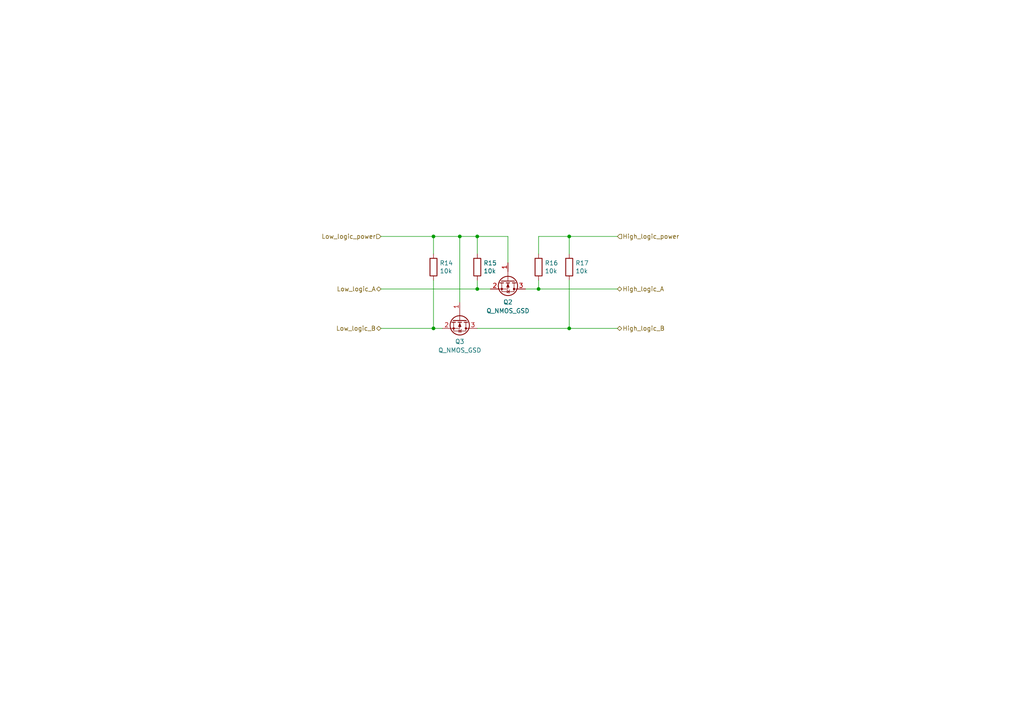
<source format=kicad_sch>
(kicad_sch (version 20230121) (generator eeschema)
  (paper "A4")
  (lib_symbols
    (symbol "Device:Q_NMOS_GSD" (pin_names (offset 0) hide)
      (property "Reference" "Q" (at 5.08 1.27 0))
      (property "Value" "Q_NMOS_GSD" (at 5.08 -1.27 0))
      (symbol "Q_NMOS_GSD_0_1"
        (polyline (pts (xy 0.254 0) (xy -2.54 0)))
        (polyline (pts (xy 0.254 1.905) (xy 0.254 -1.905)) (stroke (width 0.254)))
        (polyline (pts (xy 0.762 -1.27) (xy 0.762 -2.286)) (stroke (width 0.254)))
        (polyline (pts (xy 0.762 0.508) (xy 0.762 -0.508)) (stroke (width 0.254)))
        (polyline (pts (xy 0.762 2.286) (xy 0.762 1.27)) (stroke (width 0.254)))
        (polyline (pts (xy 2.54 2.54) (xy 2.54 1.778)))
        (polyline (pts (xy 2.54 -2.54) (xy 2.54 0) (xy 0.762 0)))
        (polyline (pts (xy 0.762 -1.778) (xy 3.302 -1.778) (xy 3.302 1.778) (xy 0.762 1.778)))
        (polyline (pts (xy 1.016 0) (xy 2.032 0.381) (xy 2.032 -0.381) (xy 1.016 0)) (fill (type outline)))
        (polyline (pts (xy 2.794 0.508) (xy 2.921 0.381) (xy 3.683 0.381) (xy 3.81 0.254)))
        (polyline (pts (xy 3.302 0.381) (xy 2.921 -0.254) (xy 3.683 -0.254) (xy 3.302 0.381)))
        (circle (center 1.651 0) (radius 2.794) (stroke (width 0.254)))
        (circle (center 2.54 -1.778) (radius 0.254) (fill (type outline)))
        (circle (center 2.54 1.778) (radius 0.254) (fill (type outline)))
      )
      (symbol "Q_NMOS_GSD_1_1"
        (pin input line (at -5.08 0 0) (length 2.54) (name "G") (number "1"))
        (pin passive line (at 2.54 -5.08 90) (length 2.54) (name "S") (number "2"))
        (pin passive line (at 2.54 5.08 270) (length 2.54) (name "D") (number "3"))
      )
    )
    (symbol "Device:R" (pin_numbers hide) (pin_names (offset 0))
      (property "Reference" "R" (at 2.032 0 90))
      (property "Value" "R" (at 0 0 90))
      (symbol "R_0_1"
        (rectangle (start -1.016 -2.54) (end 1.016 2.54) (stroke (width 0.254)))
      )
      (symbol "R_1_1"
        (pin passive line (at 0 3.81 270) (length 1.27) (name "~") (number "1"))
        (pin passive line (at 0 -3.81 90) (length 1.27) (name "~") (number "2"))
      )
    )
  )
  (junction (at 125.73 95.25))
  (junction (at 138.43 83.82))
  (junction (at 156.21 83.82))
  (junction (at 165.1 95.25))
  (junction (at 125.73 68.58))
  (junction (at 165.1 68.58))
  (junction (at 138.43 68.58))
  (junction (at 133.35 68.58))
  (wire (pts (xy 156.21 73.66) (xy 156.21 68.58)))
  (wire (pts (xy 138.43 68.58) (xy 133.35 68.58)))
  (wire (pts (xy 156.21 68.58) (xy 165.1 68.58)))
  (wire (pts (xy 110.49 95.25) (xy 125.73 95.25)))
  (wire (pts (xy 156.21 81.28) (xy 156.21 83.82)))
  (wire (pts (xy 138.43 68.58) (xy 138.43 73.66)))
  (wire (pts (xy 125.73 68.58) (xy 125.73 73.66)))
  (wire (pts (xy 110.49 68.58) (xy 125.73 68.58)))
  (wire (pts (xy 110.49 83.82) (xy 138.43 83.82)))
  (wire (pts (xy 165.1 95.25) (xy 179.07 95.25)))
  (wire (pts (xy 138.43 83.82) (xy 142.24 83.82)))
  (wire (pts (xy 125.73 95.25) (xy 128.27 95.25)))
  (wire (pts (xy 165.1 81.28) (xy 165.1 95.25)))
  (wire (pts (xy 147.32 68.58) (xy 138.43 68.58)))
  (wire (pts (xy 138.43 95.25) (xy 165.1 95.25)))
  (wire (pts (xy 165.1 68.58) (xy 179.07 68.58)))
  (wire (pts (xy 156.21 83.82) (xy 179.07 83.82)))
  (wire (pts (xy 133.35 87.63) (xy 133.35 68.58)))
  (wire (pts (xy 138.43 81.28) (xy 138.43 83.82)))
  (wire (pts (xy 125.73 68.58) (xy 133.35 68.58)))
  (wire (pts (xy 152.4 83.82) (xy 156.21 83.82)))
  (wire (pts (xy 165.1 68.58) (xy 165.1 73.66)))
  (wire (pts (xy 147.32 76.2) (xy 147.32 68.58)))
  (wire (pts (xy 125.73 81.28) (xy 125.73 95.25)))
  (hierarchical_label "High_logic_A" (shape bidirectional) (at 179.07 83.82 0))
  (hierarchical_label "Low_logic_B" (shape bidirectional) (at 110.49 95.25 180))
  (hierarchical_label "Low_logic_power" (shape input) (at 110.49 68.58 180))
  (hierarchical_label "High_logic_B" (shape bidirectional) (at 179.07 95.25 0))
  (hierarchical_label "Low_logic_A" (shape bidirectional) (at 110.49 83.82 180))
  (hierarchical_label "High_logic_power" (shape input) (at 179.07 68.58 0))
  (symbol (lib_id "Device:Q_NMOS_GSD") (at 147.32 81.28 270) (unit 1)
    (property "Reference" "Q2" (at 147.32 87.63 90))
    (property "Value" "Q_NMOS_GSD" (at 147.32 90.17 90))
    (property "Footprint" "Package_TO_SOT_SMD:SOT-23" (effects hide))
    (property "LCSC" "C7420339" (effects hide))
    (instances (project "raspi_comm_if_hat" (path "" (reference "Q2") (unit 1)) (path "" (reference "Q4") (unit 1))))
  )
  (symbol (lib_id "Device:R") (at 125.73 77.47 0) (unit 1)
    (property "Reference" "R14" (at 127.508 76.3016 0) (effects (justify left)))
    (property "Value" "10k" (at 127.508 78.613 0) (effects (justify left)))
    (property "Footprint" "Resistor_SMD:R_0402_1005Metric" (effects hide))
    (property "LCSC" "C25744" (effects hide))
    (instances (project "raspi_comm_if_hat" (path "" (reference "R14") (unit 1)) (path "" (reference "R18") (unit 1))) (project "raspberrypi_hat" (path "" (reference "R1") (unit 1))))
  )
  (symbol (lib_id "Device:R") (at 156.21 77.47 0) (unit 1)
    (property "Reference" "R16" (at 157.988 76.3016 0) (effects (justify left)))
    (property "Value" "10k" (at 157.988 78.613 0) (effects (justify left)))
    (property "Footprint" "Resistor_SMD:R_0402_1005Metric" (effects hide))
    (property "LCSC" "C25744" (effects hide))
    (instances (project "raspi_comm_if_hat" (path "" (reference "R16") (unit 1)) (path "" (reference "R20") (unit 1))) (project "raspberrypi_hat" (path "" (reference "R1") (unit 1))))
  )
  (symbol (lib_id "Device:Q_NMOS_GSD") (at 133.35 92.71 270) (unit 1)
    (property "Reference" "Q3" (at 133.35 99.06 90))
    (property "Value" "Q_NMOS_GSD" (at 133.35 101.6 90))
    (property "Footprint" "Package_TO_SOT_SMD:SOT-23" (effects hide))
    (property "LCSC" "C7420339" (effects hide))
    (instances (project "raspi_comm_if_hat" (path "" (reference "Q3") (unit 1)) (path "" (reference "Q5") (unit 1))))
  )
  (symbol (lib_id "Device:R") (at 165.1 77.47 0) (unit 1)
    (property "Reference" "R17" (at 166.878 76.3016 0) (effects (justify left)))
    (property "Value" "10k" (at 166.878 78.613 0) (effects (justify left)))
    (property "Footprint" "Resistor_SMD:R_0402_1005Metric" (effects hide))
    (property "LCSC" "C25744" (effects hide))
    (instances (project "raspi_comm_if_hat" (path "" (reference "R17") (unit 1)) (path "" (reference "R21") (unit 1))) (project "raspberrypi_hat" (path "" (reference "R1") (unit 1))))
  )
  (symbol (lib_id "Device:R") (at 138.43 77.47 0) (unit 1)
    (property "Reference" "R15" (at 140.208 76.3016 0) (effects (justify left)))
    (property "Value" "10k" (at 140.208 78.613 0) (effects (justify left)))
    (property "Footprint" "Resistor_SMD:R_0402_1005Metric" (effects hide))
    (property "LCSC" "C25744" (effects hide))
    (instances (project "raspi_comm_if_hat" (path "" (reference "R15") (unit 1)) (path "" (reference "R19") (unit 1))) (project "raspberrypi_hat" (path "" (reference "R1") (unit 1))))
  )
)
</source>
